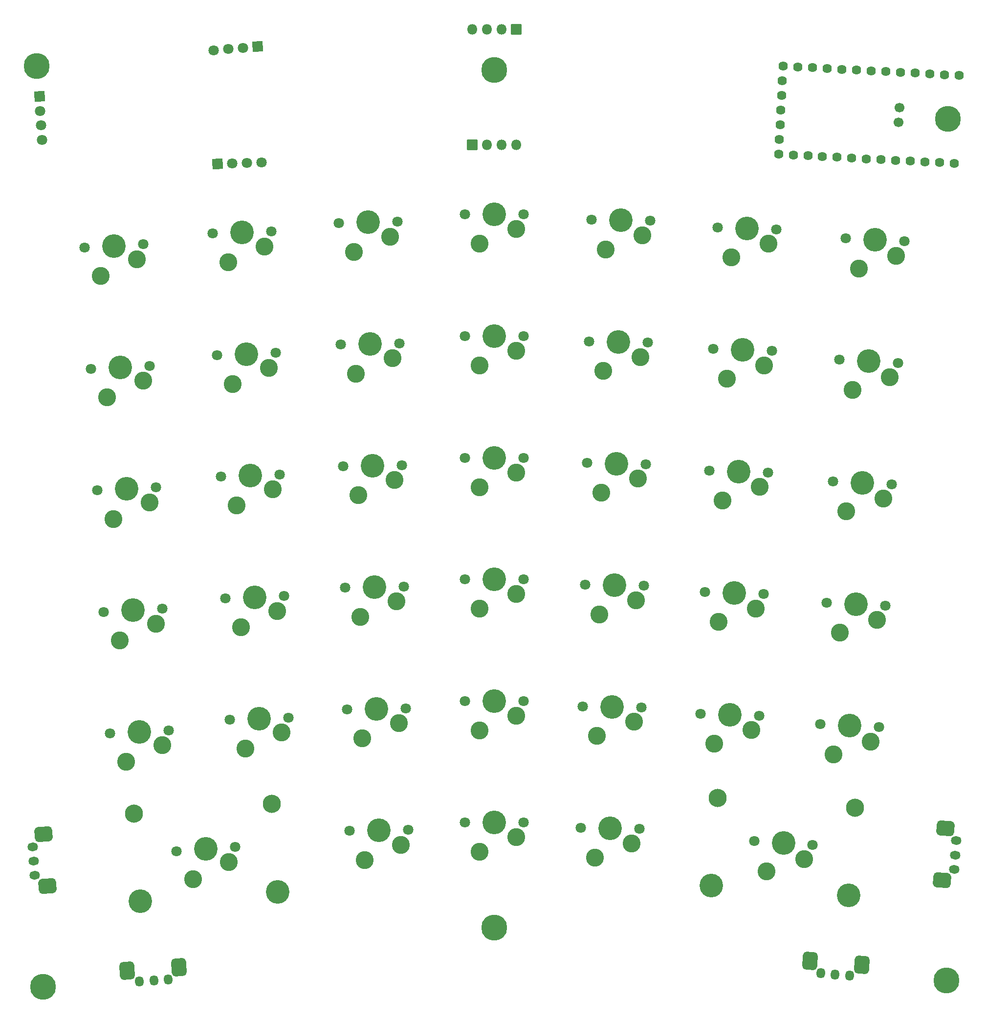
<source format=gbr>
%TF.GenerationSoftware,KiCad,Pcbnew,9.0.7*%
%TF.CreationDate,2026-01-25T01:50:45-05:00*%
%TF.ProjectId,travis_erg2026-v1,74726176-6973-45f6-9572-67323032362d,2026.01.24*%
%TF.SameCoordinates,Original*%
%TF.FileFunction,Soldermask,Top*%
%TF.FilePolarity,Negative*%
%FSLAX46Y46*%
G04 Gerber Fmt 4.6, Leading zero omitted, Abs format (unit mm)*
G04 Created by KiCad (PCBNEW 9.0.7) date 2026-01-25 01:50:45*
%MOMM*%
%LPD*%
G01*
G04 APERTURE LIST*
G04 Aperture macros list*
%AMRoundRect*
0 Rectangle with rounded corners*
0 $1 Rounding radius*
0 $2 $3 $4 $5 $6 $7 $8 $9 X,Y pos of 4 corners*
0 Add a 4 corners polygon primitive as box body*
4,1,4,$2,$3,$4,$5,$6,$7,$8,$9,$2,$3,0*
0 Add four circle primitives for the rounded corners*
1,1,$1+$1,$2,$3*
1,1,$1+$1,$4,$5*
1,1,$1+$1,$6,$7*
1,1,$1+$1,$8,$9*
0 Add four rect primitives between the rounded corners*
20,1,$1+$1,$2,$3,$4,$5,0*
20,1,$1+$1,$4,$5,$6,$7,0*
20,1,$1+$1,$6,$7,$8,$9,0*
20,1,$1+$1,$8,$9,$2,$3,0*%
%AMHorizOval*
0 Thick line with rounded ends*
0 $1 width*
0 $2 $3 position (X,Y) of the first rounded end (center of the circle)*
0 $4 $5 position (X,Y) of the second rounded end (center of the circle)*
0 Add line between two ends*
20,1,$1,$2,$3,$4,$5,0*
0 Add two circle primitives to create the rounded ends*
1,1,$1,$2,$3*
1,1,$1,$4,$5*%
G04 Aperture macros list end*
%ADD10C,1.801800*%
%ADD11C,3.100000*%
%ADD12C,4.087800*%
%ADD13C,1.700000*%
%ADD14C,0.800000*%
%ADD15C,4.500000*%
%ADD16RoundRect,0.050000X-0.850000X0.850000X-0.850000X-0.850000X0.850000X-0.850000X0.850000X0.850000X0*%
%ADD17O,1.800000X1.800000*%
%ADD18RoundRect,0.650000X0.852466X-0.711197X0.943149X0.585636X-0.852466X0.711197X-0.943149X-0.585636X0*%
%ADD19HorizOval,1.500000X-0.149635X0.010463X0.149635X-0.010463X0*%
%ADD20C,1.624000*%
%ADD21RoundRect,0.050000X0.879147X-0.819818X0.819818X0.879147X-0.879147X0.819818X-0.819818X-0.879147X0*%
%ADD22HorizOval,1.800000X0.000000X0.000000X0.000000X0.000000X0*%
%ADD23RoundRect,0.050000X-0.920848X0.772683X-0.772683X-0.920848X0.920848X-0.772683X0.772683X0.920848X0*%
%ADD24HorizOval,1.800000X0.000000X0.000000X0.000000X0.000000X0*%
%ADD25C,3.148000*%
%ADD26RoundRect,0.650000X-0.585636X-0.943149X0.711197X-0.852466X0.585636X0.943149X-0.711197X0.852466X0*%
%ADD27HorizOval,1.500000X-0.010463X0.149635X0.010463X-0.149635X0*%
%ADD28RoundRect,0.050000X-0.804350X-0.893321X0.893321X-0.804350X0.804350X0.893321X-0.893321X0.804350X0*%
%ADD29HorizOval,1.800000X0.000000X0.000000X0.000000X0.000000X0*%
%ADD30RoundRect,0.650000X-0.943149X0.585636X-0.852466X-0.711197X0.943149X-0.585636X0.852466X0.711197X0*%
%ADD31HorizOval,1.500000X-0.149635X-0.010463X0.149635X0.010463X0*%
%ADD32RoundRect,0.650000X-0.711197X-0.852466X0.585636X-0.943149X0.711197X0.852466X-0.585636X0.943149X0*%
%ADD33HorizOval,1.500000X-0.010463X-0.149635X0.010463X0.149635X0*%
%ADD34RoundRect,0.050000X0.850000X-0.850000X0.850000X0.850000X-0.850000X0.850000X-0.850000X-0.850000X0*%
G04 APERTURE END LIST*
D10*
%TO.C,S32*%
X157362869Y-134318667D03*
D11*
X156004998Y-136812798D03*
D12*
X152285964Y-134141378D03*
D11*
X149570222Y-139129639D03*
D10*
X147209059Y-133964089D03*
%TD*%
%TO.C,S9*%
X72843188Y-134663215D03*
D11*
X71662607Y-137245990D03*
D12*
X67766283Y-134840504D03*
D11*
X65405120Y-140006054D03*
D10*
X62689378Y-135017793D03*
%TD*%
%TO.C,S31*%
X156628234Y-155355844D03*
D11*
X155270363Y-157849975D03*
D12*
X151551329Y-155178555D03*
D11*
X148835587Y-160166816D03*
D10*
X146474424Y-155001266D03*
%TD*%
%TO.C,S23*%
X115082567Y-89653140D03*
D11*
X113812567Y-92193140D03*
D12*
X110002567Y-89653140D03*
D11*
X107462567Y-94733140D03*
D10*
X104922567Y-89653140D03*
%TD*%
%TO.C,S40*%
X181022365Y-94309212D03*
D11*
X179621172Y-96779264D03*
D12*
X175949327Y-94043345D03*
D11*
X173146941Y-98983450D03*
D10*
X170876289Y-93777478D03*
%TD*%
%TO.C,S16*%
X93582806Y-111977075D03*
D11*
X92357329Y-114538852D03*
D12*
X88503580Y-112065733D03*
D11*
X86052625Y-117189288D03*
D10*
X83424354Y-112154391D03*
%TD*%
%TO.C,S39*%
X179920693Y-115330364D03*
D11*
X178519500Y-117800416D03*
D12*
X174847655Y-115064497D03*
D11*
X172045269Y-120004602D03*
D10*
X169774617Y-114798630D03*
%TD*%
D13*
%TO.C,C1*%
X180020720Y-73678516D03*
X180151560Y-71181942D03*
%TD*%
D10*
%TO.C,S29*%
X136968659Y-90757828D03*
D11*
X135654524Y-93275277D03*
D12*
X131889433Y-90669170D03*
D11*
X129261162Y-95704067D03*
D10*
X126810207Y-90580512D03*
%TD*%
%TO.C,S8*%
X73577822Y-155700392D03*
D11*
X72397241Y-158283167D03*
D12*
X68500917Y-155877681D03*
D11*
X66139754Y-161043231D03*
D10*
X63424012Y-156054970D03*
%TD*%
D14*
%TO.C,HOLE1*%
X29066043Y-64062467D03*
X29487593Y-62872048D03*
X29609717Y-65202302D03*
X30627428Y-62328374D03*
D15*
X30713782Y-63976113D03*
D14*
X30800136Y-65623852D03*
X31817847Y-62749924D03*
X31939971Y-65080178D03*
X32361521Y-63889759D03*
%TD*%
D10*
%TO.C,S7*%
X74312457Y-176737569D03*
D11*
X73131876Y-179320344D03*
D12*
X69235552Y-176914858D03*
D11*
X66874389Y-182080408D03*
D10*
X64158647Y-177092147D03*
%TD*%
%TO.C,S26*%
X135866539Y-153898210D03*
D11*
X134552404Y-156415659D03*
D12*
X130787313Y-153809552D03*
D11*
X128159042Y-158844449D03*
D10*
X125708087Y-153720894D03*
%TD*%
D16*
%TO.C,OLED5*%
X113812567Y-57603140D03*
D17*
X111272567Y-57603140D03*
X108732567Y-57603140D03*
X106192567Y-57603140D03*
%TD*%
D10*
%TO.C,S3*%
X52513674Y-157888899D03*
D11*
X51378348Y-160491885D03*
D12*
X47440636Y-158154766D03*
D11*
X45169984Y-163360737D03*
D10*
X42367598Y-158420633D03*
%TD*%
D18*
%TO.C,ROT4*%
X187517002Y-204857379D03*
X188144810Y-195879303D03*
D19*
X189651643Y-203001764D03*
X189826034Y-200507854D03*
X190000425Y-198013944D03*
%TD*%
D10*
%TO.C,S12*%
X95052299Y-196164251D03*
D11*
X93826822Y-198726028D03*
D12*
X89973073Y-196252909D03*
D11*
X87522118Y-201376464D03*
D10*
X84893847Y-196341567D03*
%TD*%
%TO.C,S25*%
X135499166Y-174945004D03*
D11*
X134185031Y-177462453D03*
D12*
X130419940Y-174856346D03*
D11*
X127791669Y-179891243D03*
D10*
X125340714Y-174767688D03*
%TD*%
D20*
%TO.C,MCU1*%
X190468138Y-65594213D03*
X187931619Y-65461279D03*
X185395100Y-65328346D03*
X182858581Y-65195413D03*
X180322062Y-65062479D03*
X177785543Y-64929546D03*
X175249023Y-64796613D03*
X172712504Y-64663679D03*
X170175985Y-64530746D03*
X167639466Y-64397813D03*
X165102947Y-64264879D03*
X162566428Y-64131946D03*
X160029909Y-63999013D03*
X159896976Y-66535532D03*
X159764043Y-69072051D03*
X159631109Y-71608570D03*
X159498176Y-74145089D03*
X159365243Y-76681608D03*
X159232309Y-79218127D03*
X161768828Y-79351060D03*
X164305347Y-79483993D03*
X166841866Y-79616927D03*
X169378385Y-79749860D03*
X171914905Y-79882793D03*
X174451424Y-80015727D03*
X176987943Y-80148660D03*
X179524462Y-80281593D03*
X182060981Y-80414527D03*
X184597500Y-80547460D03*
X187134019Y-80680393D03*
X189670538Y-80813327D03*
%TD*%
D10*
%TO.C,S1*%
X65078886Y-199120969D03*
D11*
X63989159Y-201743373D03*
D12*
X60011261Y-199475332D03*
D11*
X57831811Y-204720139D03*
D10*
X54943636Y-199829695D03*
%TD*%
%TO.C,S4*%
X51412002Y-136867747D03*
D11*
X50276676Y-139470733D03*
D12*
X46338964Y-137133614D03*
D11*
X44068312Y-142339585D03*
D10*
X41265926Y-137399481D03*
%TD*%
%TO.C,S18*%
X115082567Y-194903140D03*
D11*
X113812567Y-197443140D03*
D12*
X110002567Y-194903140D03*
D11*
X107462567Y-199983140D03*
D10*
X104922567Y-194903140D03*
%TD*%
D21*
%TO.C,OLED2*%
X62069669Y-80881442D03*
D22*
X64608122Y-80792797D03*
X67146574Y-80704153D03*
X69685027Y-80615508D03*
%TD*%
D23*
%TO.C,OLED3*%
X68986164Y-60602707D03*
D24*
X66455828Y-60824083D03*
X63925495Y-61045458D03*
X61395160Y-61266834D03*
%TD*%
D10*
%TO.C,S20*%
X115082567Y-152803140D03*
D11*
X113812567Y-155343140D03*
D12*
X110002567Y-152803140D03*
D11*
X107462567Y-157883140D03*
D10*
X104922567Y-152803140D03*
%TD*%
%TO.C,S38*%
X178819021Y-136351516D03*
D11*
X177417828Y-138821568D03*
D12*
X173745983Y-136085649D03*
D11*
X170943597Y-141025754D03*
D10*
X168672945Y-135819782D03*
%TD*%
%TO.C,S30*%
X155893600Y-176393021D03*
D11*
X154535729Y-178887152D03*
D12*
X150816695Y-176215732D03*
D11*
X148100953Y-181203993D03*
D10*
X145739790Y-176038443D03*
%TD*%
%TO.C,S24*%
X135131793Y-195991798D03*
D11*
X133817658Y-198509247D03*
D12*
X130052567Y-195903140D03*
D11*
X127424296Y-200938037D03*
D10*
X124973341Y-195814482D03*
%TD*%
%TO.C,S2*%
X53615346Y-178910050D03*
D11*
X52480020Y-181513036D03*
D12*
X48542308Y-179175917D03*
D11*
X46271656Y-184381888D03*
D10*
X43469270Y-179441784D03*
%TD*%
%TO.C,S37*%
X177717349Y-157372667D03*
D11*
X176316156Y-159842719D03*
D12*
X172644311Y-157106800D03*
D11*
X169841925Y-162046905D03*
D10*
X167571273Y-156840933D03*
%TD*%
D14*
%TO.C,HOLE4*%
X186636167Y-222112969D03*
X187199651Y-220982796D03*
X187036877Y-223310564D03*
X188397246Y-220582086D03*
D15*
X188282148Y-222228067D03*
D14*
X188167050Y-223874048D03*
X189527419Y-221145570D03*
X189364645Y-223473338D03*
X189928129Y-222343165D03*
%TD*%
D10*
%TO.C,S11*%
X71373919Y-92588861D03*
D11*
X70193338Y-95171636D03*
D12*
X66297014Y-92766150D03*
D11*
X63935851Y-97931700D03*
D10*
X61220109Y-92943439D03*
%TD*%
D25*
%TO.C,STAB2u1*%
X47615092Y-193340100D03*
D12*
X48676088Y-208513049D03*
D25*
X71432932Y-191674594D03*
D12*
X72493928Y-206847544D03*
%TD*%
D26*
%TO.C,ROT2*%
X46421479Y-220524582D03*
X55399555Y-219896774D03*
D27*
X48556120Y-222380197D03*
X51050030Y-222205806D03*
X53543940Y-222031415D03*
%TD*%
D28*
%TO.C,OLED1*%
X31236895Y-69180868D03*
D29*
X31369828Y-71717387D03*
X31502762Y-74253906D03*
X31635695Y-76790425D03*
%TD*%
D10*
%TO.C,S6*%
X49208658Y-94825444D03*
D11*
X48073332Y-97428430D03*
D12*
X44135620Y-95091311D03*
D11*
X41864968Y-100297282D03*
D10*
X39062582Y-95357178D03*
%TD*%
%TO.C,S15*%
X93950179Y-133023869D03*
D11*
X92724702Y-135585646D03*
D12*
X88870953Y-133112527D03*
D11*
X86419998Y-138236082D03*
D10*
X83791727Y-133201185D03*
%TD*%
%TO.C,S5*%
X50310330Y-115846595D03*
D11*
X49175004Y-118449581D03*
D12*
X45237292Y-116112462D03*
D11*
X42966640Y-121318433D03*
D10*
X40164254Y-116378329D03*
%TD*%
%TO.C,S19*%
X115082567Y-173853140D03*
D11*
X113812567Y-176393140D03*
D12*
X110002567Y-173853140D03*
D11*
X107462567Y-178933140D03*
D10*
X104922567Y-173853140D03*
%TD*%
%TO.C,S35*%
X165141311Y-198781730D03*
D11*
X163697224Y-201226952D03*
D12*
X160073686Y-198427367D03*
D11*
X157185510Y-203317811D03*
D10*
X155006061Y-198073004D03*
%TD*%
D14*
%TO.C,HOLE5*%
X108352567Y-213059390D03*
X108835841Y-211892664D03*
X108835841Y-214226116D03*
X110002567Y-211409390D03*
D15*
X110002567Y-213059390D03*
D14*
X110002567Y-214709390D03*
X111169293Y-211892664D03*
X111169293Y-214226116D03*
X111652567Y-213059390D03*
%TD*%
D30*
%TO.C,ROT1*%
X31940137Y-196927268D03*
X32567945Y-205905344D03*
D31*
X30084522Y-199061909D03*
X30258913Y-201555819D03*
X30433304Y-204049729D03*
%TD*%
D10*
%TO.C,S10*%
X72108554Y-113626038D03*
D11*
X70927973Y-116208813D03*
D12*
X67031649Y-113803327D03*
D11*
X64670486Y-118968877D03*
D10*
X61954744Y-113980616D03*
%TD*%
D25*
%TO.C,STAB2u2*%
X148652015Y-190626629D03*
D12*
X147591019Y-205799579D03*
D25*
X172469855Y-192292135D03*
D12*
X171408859Y-207465084D03*
%TD*%
D10*
%TO.C,S28*%
X136601286Y-111804622D03*
D11*
X135287151Y-114322071D03*
D12*
X131522060Y-111715964D03*
D11*
X128893789Y-116750861D03*
D10*
X126442834Y-111627306D03*
%TD*%
%TO.C,S13*%
X94684926Y-175117457D03*
D11*
X93459449Y-177679234D03*
D12*
X89605700Y-175206115D03*
D11*
X87154745Y-180329670D03*
D10*
X84526474Y-175294773D03*
%TD*%
%TO.C,S17*%
X93215433Y-90930281D03*
D11*
X91989956Y-93492058D03*
D12*
X88136207Y-91018939D03*
D11*
X85685252Y-96142494D03*
D10*
X83056981Y-91107597D03*
%TD*%
%TO.C,S14*%
X94317552Y-154070663D03*
D11*
X93092075Y-156632440D03*
D12*
X89238326Y-154159321D03*
D11*
X86787371Y-159282876D03*
D10*
X84159100Y-154247979D03*
%TD*%
D32*
%TO.C,ROT3*%
X164685392Y-218848809D03*
X173663468Y-219476617D03*
D33*
X166541007Y-220983450D03*
X169034917Y-221157841D03*
X171528827Y-221332232D03*
%TD*%
D10*
%TO.C,S36*%
X176615677Y-178393819D03*
D11*
X175214484Y-180863871D03*
D12*
X171542639Y-178127952D03*
D11*
X168740253Y-183068057D03*
D10*
X166469601Y-177862085D03*
%TD*%
%TO.C,S27*%
X136233912Y-132851416D03*
D11*
X134919777Y-135368865D03*
D12*
X131154686Y-132762758D03*
D11*
X128526415Y-137797655D03*
D10*
X126075460Y-132674100D03*
%TD*%
D14*
%TO.C,HOLE3*%
X186937325Y-73064662D03*
X187480999Y-71924827D03*
X187358875Y-74255081D03*
X188671418Y-71503277D03*
D15*
X188585064Y-73151016D03*
D14*
X188498710Y-74798755D03*
X189811253Y-72046951D03*
X189689129Y-74377205D03*
X190232803Y-73237370D03*
%TD*%
D10*
%TO.C,S22*%
X115082567Y-110703140D03*
D11*
X113812567Y-113243140D03*
D12*
X110002567Y-110703140D03*
D11*
X107462567Y-115783140D03*
D10*
X104922567Y-110703140D03*
%TD*%
%TO.C,S33*%
X158097503Y-113281490D03*
D11*
X156739632Y-115775621D03*
D12*
X153020598Y-113104201D03*
D11*
X150304856Y-118092462D03*
D10*
X147943693Y-112926912D03*
%TD*%
%TO.C,S34*%
X158832138Y-92244313D03*
D11*
X157474267Y-94738444D03*
D12*
X153755233Y-92067024D03*
D11*
X151039491Y-97055285D03*
D10*
X148678328Y-91889735D03*
%TD*%
D14*
%TO.C,HOLE6*%
X30156819Y-223391130D03*
X30557529Y-222193535D03*
X30720303Y-224521303D03*
X31687702Y-221630051D03*
D15*
X31802800Y-223276032D03*
D14*
X31917898Y-224922013D03*
X32885297Y-222030761D03*
X33048071Y-224358529D03*
X33448781Y-223160934D03*
%TD*%
D10*
%TO.C,S21*%
X115082567Y-131753140D03*
D11*
X113812567Y-134293140D03*
D12*
X110002567Y-131753140D03*
D11*
X107462567Y-136833140D03*
D10*
X104922567Y-131753140D03*
%TD*%
D34*
%TO.C,OLED4*%
X106192567Y-77628140D03*
D17*
X108732567Y-77628140D03*
X111272567Y-77628140D03*
X113812567Y-77628140D03*
%TD*%
D14*
%TO.C,HOLE2*%
X108352567Y-64628140D03*
X108835841Y-63461414D03*
X108835841Y-65794866D03*
X110002567Y-62978140D03*
D15*
X110002567Y-64628140D03*
D14*
X110002567Y-66278140D03*
X111169293Y-63461414D03*
X111169293Y-65794866D03*
X111652567Y-64628140D03*
%TD*%
M02*

</source>
